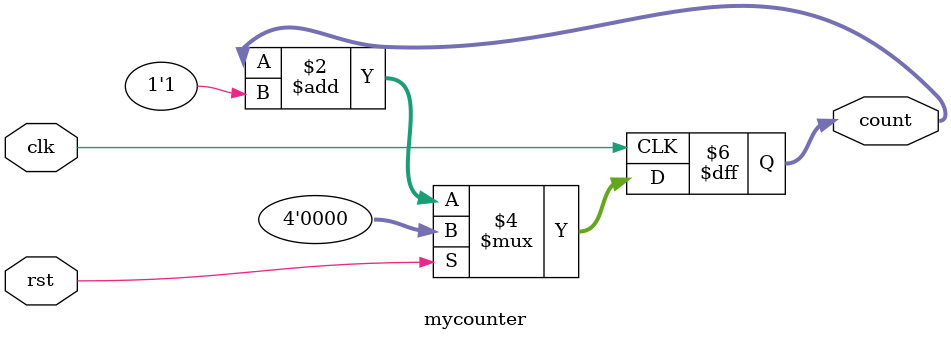
<source format=v>
module mycounter(clk,rst,count);
input clk,rst;
output reg [3:0]count;
always@(posedge clk)	
begin
		if(rst)
		count<=1'b0;
		else
		count<=count+1'b1;
end 
endmodule
</source>
